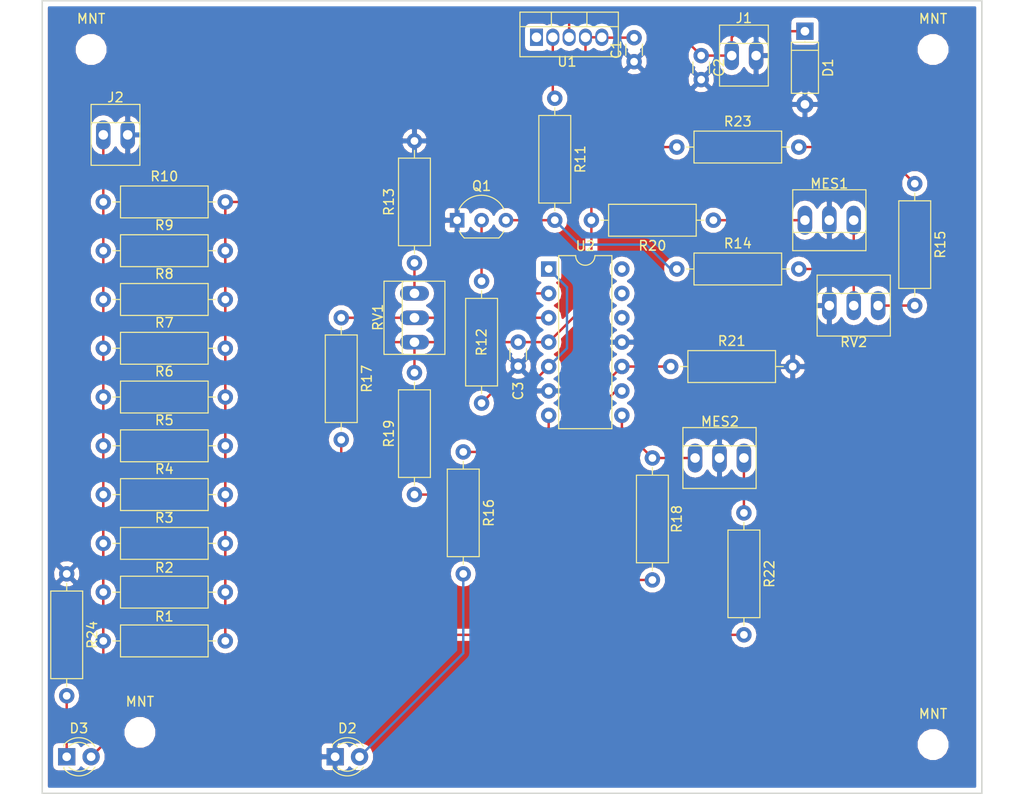
<source format=kicad_pcb>
(kicad_pcb (version 4) (host pcbnew 4.0.7)
  (layers (0 F.Cu signal) (31 B.Cu signal) (34 B.Paste user) (35 F.Paste user) (36 B.SilkS user hide) (37 F.SilkS user) (38 B.Mask user) (39 F.Mask user) (44 Edge.Cuts user))
  (net 0 "")
  (net 1 GND)
  (net 2 +12V)
  (net 3 "Net-(D2-Pad2)")
  (net 4 "Net-(MES1-Pad3)")
  (net 5 "Net-(MES2-Pad1)")
  (net 6 "Net-(MES2-Pad3)")
  (net 7 "Net-(Q1-Pad2)")
  (net 8 "Net-(Q1-Pad3)")
  (net 9 "Net-(R11-Pad1)")
  (net 10 "Net-(R12-Pad2)")
  (net 11 "Net-(R15-Pad2)")
  (net 12 "Net-(R16-Pad1)")
  (net 13 /Isense)
  (net 14 /OUT)
  (net 15 /Vset)
  (net 16 "Net-(R13-Pad1)")
  (net 17 /Iset)
  (net 18 "Net-(R17-Pad2)")
  (net 19 "Net-(R19-Pad1)")
  (net 20 "Net-(R15-Pad1)")
  (net 21 "Net-(D3-Pad1)")
  (module Capacitors_THT:C_Disc_D3.0mm_W1.6mm_P2.50mm (layer F.Cu) (at 81.915 22.86 90)
    (fp_text reference C1 (at 1.25 -1.86 90) (layer F.SilkS))
    (fp_text value C)
    (fp_line (start 0.663 -0.861) (end 1.837 -0.861) (layer F.SilkS) (width 0.12))
    (fp_line (start 0.663 0.861) (end 1.837 0.861) (layer F.SilkS) (width 0.12))
    (pad 1 thru_hole circle (at 0 0 90) (size 1.6 1.6) (drill 0.8) (layers *.Cu *.Mask) (net 1 GND))
    (pad 2 thru_hole circle (at 2.5 0 90) (size 1.6 1.6) (drill 0.8) (layers *.Cu *.Mask) (net 13 /Isense))
  )
  (module Capacitors_THT:C_Disc_D3.0mm_W1.6mm_P2.50mm (layer F.Cu) (at 88.9 22.225 270)
    (fp_text reference C2 (at 1.25 -1.86 270) (layer F.SilkS))
    (fp_text value C)
    (fp_line (start 0.663 -0.861) (end 1.837 -0.861) (layer F.SilkS) (width 0.12))
    (fp_line (start 0.663 0.861) (end 1.837 0.861) (layer F.SilkS) (width 0.12))
    (pad 1 thru_hole circle (at 0 0 270) (size 1.6 1.6) (drill 0.8) (layers *.Cu *.Mask) (net 14 /OUT))
    (pad 2 thru_hole circle (at 2.5 0 270) (size 1.6 1.6) (drill 0.8) (layers *.Cu *.Mask) (net 1 GND))
  )
  (module Capacitors_THT:C_Disc_D3.0mm_W1.6mm_P2.50mm (layer F.Cu) (at 69.85 52.07 270)
    (fp_text reference C3 (at 5.08 0 270) (layer F.SilkS))
    (fp_text value C)
    (fp_line (start 0.663 -0.861) (end 1.837 -0.861) (layer F.SilkS) (width 0.12))
    (fp_line (start 0.663 0.861) (end 1.837 0.861) (layer F.SilkS) (width 0.12))
    (pad 1 thru_hole circle (at 0 0 270) (size 1.6 1.6) (drill 0.8) (layers *.Cu *.Mask) (net 2 +12V))
    (pad 2 thru_hole circle (at 2.5 0 270) (size 1.6 1.6) (drill 0.8) (layers *.Cu *.Mask) (net 1 GND))
  )
  (module Diodes_THT:D_A-405_P7.62mm_Horizontal (layer F.Cu) (at 99.695 19.685 270)
    (fp_text reference D1 (at 3.81 -2.41 270) (layer F.SilkS))
    (fp_text value D)
    (fp_line (start 1.15 -1.41) (end 1.15 1.41) (layer F.SilkS) (width 0.12))
    (fp_line (start 1.15 1.41) (end 6.47 1.41) (layer F.SilkS) (width 0.12))
    (fp_line (start 6.47 1.41) (end 6.47 -1.41) (layer F.SilkS) (width 0.12))
    (fp_line (start 6.47 -1.41) (end 1.15 -1.41) (layer F.SilkS) (width 0.12))
    (fp_line (start 1.08 0) (end 1.15 0) (layer F.SilkS) (width 0.12))
    (fp_line (start 6.54 0) (end 6.47 0) (layer F.SilkS) (width 0.12))
    (fp_line (start 1.99 -1.41) (end 1.99 1.41) (layer F.SilkS) (width 0.12))
    (pad 1 thru_hole rect (at 0 0 270) (size 1.8 1.8) (drill 0.9) (layers *.Cu *.Mask) (net 14 /OUT))
    (pad 2 thru_hole oval (at 7.62 0 270) (size 1.8 1.8) (drill 0.9) (layers *.Cu *.Mask) (net 1 GND))
  )
  (module LEDs:LED_D3.0mm (layer F.Cu) (at 50.8 95.25)
    (fp_text reference D2 (at 1.27 -2.96) (layer F.SilkS))
    (fp_text value LED)
    (fp_arc (start 1.27 0) (end -0.29 -1.235516) (angle 108.8) (layer F.SilkS) (width 0.12))
    (fp_arc (start 1.27 0) (end -0.29 1.235516) (angle -108.8) (layer F.SilkS) (width 0.12))
    (fp_arc (start 1.27 0) (end 0.229039 -1.08) (angle 87.9) (layer F.SilkS) (width 0.12))
    (fp_arc (start 1.27 0) (end 0.229039 1.08) (angle -87.9) (layer F.SilkS) (width 0.12))
    (fp_line (start -0.29 -1.236) (end -0.29 -1.08) (layer F.SilkS) (width 0.12))
    (fp_line (start -0.29 1.08) (end -0.29 1.236) (layer F.SilkS) (width 0.12))
    (pad 1 thru_hole rect (at 0 0) (size 1.8 1.8) (drill 0.9) (layers *.Cu *.Mask) (net 1 GND))
    (pad 2 thru_hole circle (at 2.54 0) (size 1.8 1.8) (drill 0.9) (layers *.Cu *.Mask) (net 3 "Net-(D2-Pad2)"))
  )
  (module Connectors:PINHEAD1-2 (layer F.Cu) (at 92.075 22.225)
    (fp_text reference J1 (at 1.27 -3.9) (layer F.SilkS))
    (fp_text value CONN_01X02_FEMALE)
    (fp_line (start 3.81 -1.27) (end -1.27 -1.27) (layer F.SilkS) (width 0.12))
    (fp_line (start 3.81 3.17) (end -1.27 3.17) (layer F.SilkS) (width 0.12))
    (fp_line (start -1.27 -3.17) (end 3.81 -3.17) (layer F.SilkS) (width 0.12))
    (fp_line (start -1.27 -3.17) (end -1.27 3.17) (layer F.SilkS) (width 0.12))
    (fp_line (start 3.81 -3.17) (end 3.81 3.17) (layer F.SilkS) (width 0.12))
    (pad 1 thru_hole oval (at 0 0) (size 1.51 3.01) (drill 1) (layers *.Cu *.Mask) (net 14 /OUT))
    (pad 2 thru_hole oval (at 2.54 0) (size 1.51 3.01) (drill 1) (layers *.Cu *.Mask) (net 1 GND))
  )
  (module Connectors:PINHEAD1-2 (layer F.Cu) (at 26.67 30.48)
    (fp_text reference J2 (at 1.27 -3.9) (layer F.SilkS))
    (fp_text value CONN_01X02_FEMALE)
    (fp_line (start 3.81 -1.27) (end -1.27 -1.27) (layer F.SilkS) (width 0.12))
    (fp_line (start 3.81 3.17) (end -1.27 3.17) (layer F.SilkS) (width 0.12))
    (fp_line (start -1.27 -3.17) (end 3.81 -3.17) (layer F.SilkS) (width 0.12))
    (fp_line (start -1.27 -3.17) (end -1.27 3.17) (layer F.SilkS) (width 0.12))
    (fp_line (start 3.81 -3.17) (end 3.81 3.17) (layer F.SilkS) (width 0.12))
    (pad 1 thru_hole oval (at 0 0) (size 1.51 3.01) (drill 1) (layers *.Cu *.Mask) (net 2 +12V))
    (pad 2 thru_hole oval (at 2.54 0) (size 1.51 3.01) (drill 1) (layers *.Cu *.Mask) (net 1 GND))
  )
  (module Connectors:PINHEAD1-3 (layer F.Cu) (at 104.775 39.37 180)
    (fp_text reference MES1 (at 2.54 3.81 180) (layer F.SilkS))
    (fp_text value 3B002)
    (fp_line (start -1.27 -3.17) (end -1.27 3.17) (layer F.SilkS) (width 0.12))
    (fp_line (start 6.35 -3.17) (end 6.35 3.17) (layer F.SilkS) (width 0.12))
    (fp_line (start 6.35 -1.27) (end -1.27 -1.27) (layer F.SilkS) (width 0.12))
    (fp_line (start -1.27 -3.17) (end 6.35 -3.17) (layer F.SilkS) (width 0.12))
    (fp_line (start 6.35 3.17) (end -1.27 3.17) (layer F.SilkS) (width 0.12))
    (pad 1 thru_hole oval (at 0 0 180) (size 1.51 3.01) (drill 1) (layers *.Cu *.Mask) (net 15 /Vset))
    (pad 2 thru_hole oval (at 2.54 0 180) (size 1.51 3.01) (drill 1) (layers *.Cu *.Mask) (net 1 GND))
    (pad 3 thru_hole oval (at 5.08 0 180) (size 1.51 3.01) (drill 1) (layers *.Cu *.Mask) (net 4 "Net-(MES1-Pad3)"))
  )
  (module Connectors:PINHEAD1-3 (layer F.Cu) (at 88.265 64.135)
    (fp_text reference MES2 (at 2.59 -3.8) (layer F.SilkS))
    (fp_text value 3B002)
    (fp_line (start -1.27 -3.17) (end -1.27 3.17) (layer F.SilkS) (width 0.12))
    (fp_line (start 6.35 -3.17) (end 6.35 3.17) (layer F.SilkS) (width 0.12))
    (fp_line (start 6.35 -1.27) (end -1.27 -1.27) (layer F.SilkS) (width 0.12))
    (fp_line (start -1.27 -3.17) (end 6.35 -3.17) (layer F.SilkS) (width 0.12))
    (fp_line (start 6.35 3.17) (end -1.27 3.17) (layer F.SilkS) (width 0.12))
    (pad 1 thru_hole oval (at 0 0) (size 1.51 3.01) (drill 1) (layers *.Cu *.Mask) (net 5 "Net-(MES2-Pad1)"))
    (pad 2 thru_hole oval (at 2.54 0) (size 1.51 3.01) (drill 1) (layers *.Cu *.Mask) (net 1 GND))
    (pad 3 thru_hole oval (at 5.08 0) (size 1.51 3.01) (drill 1) (layers *.Cu *.Mask) (net 6 "Net-(MES2-Pad3)"))
  )
  (module TO_SOT_Packages_THT:TO-92_Inline_Wide (layer F.Cu) (at 63.5 39.37)
    (fp_text reference Q1 (at 2.54 -3.56 180) (layer F.SilkS))
    (fp_text value PN2222A)
    (fp_line (start 0.74 1.85) (end 4.34 1.85) (layer F.SilkS) (width 0.12))
    (fp_arc (start 2.54 0) (end 0.74 1.85) (angle 20) (layer F.SilkS) (width 0.12))
    (fp_arc (start 2.54 0) (end 2.54 -2.6) (angle -65) (layer F.SilkS) (width 0.12))
    (fp_arc (start 2.54 0) (end 2.54 -2.6) (angle 65) (layer F.SilkS) (width 0.12))
    (fp_arc (start 2.54 0) (end 4.34 1.85) (angle -20) (layer F.SilkS) (width 0.12))
    (pad 2 thru_hole circle (at 2.54 0 90) (size 1.52 1.52) (drill 0.8) (layers *.Cu *.Mask) (net 7 "Net-(Q1-Pad2)"))
    (pad 3 thru_hole circle (at 5.08 0 90) (size 1.52 1.52) (drill 0.8) (layers *.Cu *.Mask) (net 8 "Net-(Q1-Pad3)"))
    (pad 1 thru_hole rect (at 0 0 90) (size 1.52 1.52) (drill 0.8) (layers *.Cu *.Mask) (net 1 GND))
  )
  (module Resistors_THT:R_Axial_DIN0309_L9.0mm_D3.2mm_P12.70mm_Horizontal (layer F.Cu) (at 26.67 78.105)
    (fp_text reference R1 (at 6.35 2.54) (layer F.SilkS))
    (fp_text value R)
    (fp_line (start 1.79 -1.66) (end 1.79 1.66) (layer F.SilkS) (width 0.12))
    (fp_line (start 1.79 1.66) (end 10.91 1.66) (layer F.SilkS) (width 0.12))
    (fp_line (start 10.91 1.66) (end 10.91 -1.66) (layer F.SilkS) (width 0.12))
    (fp_line (start 10.91 -1.66) (end 1.79 -1.66) (layer F.SilkS) (width 0.12))
    (fp_line (start 0.98 0) (end 1.79 0) (layer F.SilkS) (width 0.12))
    (fp_line (start 11.72 0) (end 10.91 0) (layer F.SilkS) (width 0.12))
    (pad 1 thru_hole circle (at 0 0) (size 1.6 1.6) (drill 0.8) (layers *.Cu *.Mask) (net 2 +12V))
    (pad 2 thru_hole oval (at 12.7 0) (size 1.6 1.6) (drill 0.8) (layers *.Cu *.Mask) (net 13 /Isense))
  )
  (module Resistors_THT:R_Axial_DIN0309_L9.0mm_D3.2mm_P12.70mm_Horizontal (layer F.Cu) (at 26.67 83.185)
    (fp_text reference R2 (at 6.35 -7.62) (layer F.SilkS))
    (fp_text value R)
    (fp_line (start 1.79 -1.66) (end 1.79 1.66) (layer F.SilkS) (width 0.12))
    (fp_line (start 1.79 1.66) (end 10.91 1.66) (layer F.SilkS) (width 0.12))
    (fp_line (start 10.91 1.66) (end 10.91 -1.66) (layer F.SilkS) (width 0.12))
    (fp_line (start 10.91 -1.66) (end 1.79 -1.66) (layer F.SilkS) (width 0.12))
    (fp_line (start 0.98 0) (end 1.79 0) (layer F.SilkS) (width 0.12))
    (fp_line (start 11.72 0) (end 10.91 0) (layer F.SilkS) (width 0.12))
    (pad 1 thru_hole circle (at 0 0) (size 1.6 1.6) (drill 0.8) (layers *.Cu *.Mask) (net 2 +12V))
    (pad 2 thru_hole oval (at 12.7 0) (size 1.6 1.6) (drill 0.8) (layers *.Cu *.Mask) (net 13 /Isense))
  )
  (module Resistors_THT:R_Axial_DIN0309_L9.0mm_D3.2mm_P12.70mm_Horizontal (layer F.Cu) (at 26.67 73.025)
    (fp_text reference R3 (at 6.35 -2.66) (layer F.SilkS))
    (fp_text value R)
    (fp_line (start 1.79 -1.66) (end 1.79 1.66) (layer F.SilkS) (width 0.12))
    (fp_line (start 1.79 1.66) (end 10.91 1.66) (layer F.SilkS) (width 0.12))
    (fp_line (start 10.91 1.66) (end 10.91 -1.66) (layer F.SilkS) (width 0.12))
    (fp_line (start 10.91 -1.66) (end 1.79 -1.66) (layer F.SilkS) (width 0.12))
    (fp_line (start 0.98 0) (end 1.79 0) (layer F.SilkS) (width 0.12))
    (fp_line (start 11.72 0) (end 10.91 0) (layer F.SilkS) (width 0.12))
    (pad 1 thru_hole circle (at 0 0) (size 1.6 1.6) (drill 0.8) (layers *.Cu *.Mask) (net 2 +12V))
    (pad 2 thru_hole oval (at 12.7 0) (size 1.6 1.6) (drill 0.8) (layers *.Cu *.Mask) (net 13 /Isense))
  )
  (module Resistors_THT:R_Axial_DIN0309_L9.0mm_D3.2mm_P12.70mm_Horizontal (layer F.Cu) (at 26.67 67.945)
    (fp_text reference R4 (at 6.35 -2.66) (layer F.SilkS))
    (fp_text value R)
    (fp_line (start 1.79 -1.66) (end 1.79 1.66) (layer F.SilkS) (width 0.12))
    (fp_line (start 1.79 1.66) (end 10.91 1.66) (layer F.SilkS) (width 0.12))
    (fp_line (start 10.91 1.66) (end 10.91 -1.66) (layer F.SilkS) (width 0.12))
    (fp_line (start 10.91 -1.66) (end 1.79 -1.66) (layer F.SilkS) (width 0.12))
    (fp_line (start 0.98 0) (end 1.79 0) (layer F.SilkS) (width 0.12))
    (fp_line (start 11.72 0) (end 10.91 0) (layer F.SilkS) (width 0.12))
    (pad 1 thru_hole circle (at 0 0) (size 1.6 1.6) (drill 0.8) (layers *.Cu *.Mask) (net 2 +12V))
    (pad 2 thru_hole oval (at 12.7 0) (size 1.6 1.6) (drill 0.8) (layers *.Cu *.Mask) (net 13 /Isense))
  )
  (module Resistors_THT:R_Axial_DIN0309_L9.0mm_D3.2mm_P12.70mm_Horizontal (layer F.Cu) (at 26.67 62.865)
    (fp_text reference R5 (at 6.35 -2.66) (layer F.SilkS))
    (fp_text value R)
    (fp_line (start 1.79 -1.66) (end 1.79 1.66) (layer F.SilkS) (width 0.12))
    (fp_line (start 1.79 1.66) (end 10.91 1.66) (layer F.SilkS) (width 0.12))
    (fp_line (start 10.91 1.66) (end 10.91 -1.66) (layer F.SilkS) (width 0.12))
    (fp_line (start 10.91 -1.66) (end 1.79 -1.66) (layer F.SilkS) (width 0.12))
    (fp_line (start 0.98 0) (end 1.79 0) (layer F.SilkS) (width 0.12))
    (fp_line (start 11.72 0) (end 10.91 0) (layer F.SilkS) (width 0.12))
    (pad 1 thru_hole circle (at 0 0) (size 1.6 1.6) (drill 0.8) (layers *.Cu *.Mask) (net 2 +12V))
    (pad 2 thru_hole oval (at 12.7 0) (size 1.6 1.6) (drill 0.8) (layers *.Cu *.Mask) (net 13 /Isense))
  )
  (module Resistors_THT:R_Axial_DIN0309_L9.0mm_D3.2mm_P12.70mm_Horizontal (layer F.Cu) (at 26.67 57.785)
    (fp_text reference R6 (at 6.35 -2.66) (layer F.SilkS))
    (fp_text value R)
    (fp_line (start 1.79 -1.66) (end 1.79 1.66) (layer F.SilkS) (width 0.12))
    (fp_line (start 1.79 1.66) (end 10.91 1.66) (layer F.SilkS) (width 0.12))
    (fp_line (start 10.91 1.66) (end 10.91 -1.66) (layer F.SilkS) (width 0.12))
    (fp_line (start 10.91 -1.66) (end 1.79 -1.66) (layer F.SilkS) (width 0.12))
    (fp_line (start 0.98 0) (end 1.79 0) (layer F.SilkS) (width 0.12))
    (fp_line (start 11.72 0) (end 10.91 0) (layer F.SilkS) (width 0.12))
    (pad 1 thru_hole circle (at 0 0) (size 1.6 1.6) (drill 0.8) (layers *.Cu *.Mask) (net 2 +12V))
    (pad 2 thru_hole oval (at 12.7 0) (size 1.6 1.6) (drill 0.8) (layers *.Cu *.Mask) (net 13 /Isense))
  )
  (module Resistors_THT:R_Axial_DIN0309_L9.0mm_D3.2mm_P12.70mm_Horizontal (layer F.Cu) (at 26.67 52.705)
    (fp_text reference R7 (at 6.35 -2.66) (layer F.SilkS))
    (fp_text value R)
    (fp_line (start 1.79 -1.66) (end 1.79 1.66) (layer F.SilkS) (width 0.12))
    (fp_line (start 1.79 1.66) (end 10.91 1.66) (layer F.SilkS) (width 0.12))
    (fp_line (start 10.91 1.66) (end 10.91 -1.66) (layer F.SilkS) (width 0.12))
    (fp_line (start 10.91 -1.66) (end 1.79 -1.66) (layer F.SilkS) (width 0.12))
    (fp_line (start 0.98 0) (end 1.79 0) (layer F.SilkS) (width 0.12))
    (fp_line (start 11.72 0) (end 10.91 0) (layer F.SilkS) (width 0.12))
    (pad 1 thru_hole circle (at 0 0) (size 1.6 1.6) (drill 0.8) (layers *.Cu *.Mask) (net 2 +12V))
    (pad 2 thru_hole oval (at 12.7 0) (size 1.6 1.6) (drill 0.8) (layers *.Cu *.Mask) (net 13 /Isense))
  )
  (module Resistors_THT:R_Axial_DIN0309_L9.0mm_D3.2mm_P12.70mm_Horizontal (layer F.Cu) (at 26.67 47.625)
    (fp_text reference R8 (at 6.35 -2.66) (layer F.SilkS))
    (fp_text value R)
    (fp_line (start 1.79 -1.66) (end 1.79 1.66) (layer F.SilkS) (width 0.12))
    (fp_line (start 1.79 1.66) (end 10.91 1.66) (layer F.SilkS) (width 0.12))
    (fp_line (start 10.91 1.66) (end 10.91 -1.66) (layer F.SilkS) (width 0.12))
    (fp_line (start 10.91 -1.66) (end 1.79 -1.66) (layer F.SilkS) (width 0.12))
    (fp_line (start 0.98 0) (end 1.79 0) (layer F.SilkS) (width 0.12))
    (fp_line (start 11.72 0) (end 10.91 0) (layer F.SilkS) (width 0.12))
    (pad 1 thru_hole circle (at 0 0) (size 1.6 1.6) (drill 0.8) (layers *.Cu *.Mask) (net 2 +12V))
    (pad 2 thru_hole oval (at 12.7 0) (size 1.6 1.6) (drill 0.8) (layers *.Cu *.Mask) (net 13 /Isense))
  )
  (module Resistors_THT:R_Axial_DIN0309_L9.0mm_D3.2mm_P12.70mm_Horizontal (layer F.Cu) (at 26.67 42.545)
    (fp_text reference R9 (at 6.35 -2.66) (layer F.SilkS))
    (fp_text value R)
    (fp_line (start 1.79 -1.66) (end 1.79 1.66) (layer F.SilkS) (width 0.12))
    (fp_line (start 1.79 1.66) (end 10.91 1.66) (layer F.SilkS) (width 0.12))
    (fp_line (start 10.91 1.66) (end 10.91 -1.66) (layer F.SilkS) (width 0.12))
    (fp_line (start 10.91 -1.66) (end 1.79 -1.66) (layer F.SilkS) (width 0.12))
    (fp_line (start 0.98 0) (end 1.79 0) (layer F.SilkS) (width 0.12))
    (fp_line (start 11.72 0) (end 10.91 0) (layer F.SilkS) (width 0.12))
    (pad 1 thru_hole circle (at 0 0) (size 1.6 1.6) (drill 0.8) (layers *.Cu *.Mask) (net 2 +12V))
    (pad 2 thru_hole oval (at 12.7 0) (size 1.6 1.6) (drill 0.8) (layers *.Cu *.Mask) (net 13 /Isense))
  )
  (module Resistors_THT:R_Axial_DIN0309_L9.0mm_D3.2mm_P12.70mm_Horizontal (layer F.Cu) (at 26.67 37.465)
    (fp_text reference R10 (at 6.35 -2.66) (layer F.SilkS))
    (fp_text value R)
    (fp_line (start 1.79 -1.66) (end 1.79 1.66) (layer F.SilkS) (width 0.12))
    (fp_line (start 1.79 1.66) (end 10.91 1.66) (layer F.SilkS) (width 0.12))
    (fp_line (start 10.91 1.66) (end 10.91 -1.66) (layer F.SilkS) (width 0.12))
    (fp_line (start 10.91 -1.66) (end 1.79 -1.66) (layer F.SilkS) (width 0.12))
    (fp_line (start 0.98 0) (end 1.79 0) (layer F.SilkS) (width 0.12))
    (fp_line (start 11.72 0) (end 10.91 0) (layer F.SilkS) (width 0.12))
    (pad 1 thru_hole circle (at 0 0) (size 1.6 1.6) (drill 0.8) (layers *.Cu *.Mask) (net 2 +12V))
    (pad 2 thru_hole oval (at 12.7 0) (size 1.6 1.6) (drill 0.8) (layers *.Cu *.Mask) (net 13 /Isense))
  )
  (module Resistors_THT:R_Axial_DIN0309_L9.0mm_D3.2mm_P12.70mm_Horizontal (layer F.Cu) (at 73.66 26.67 270)
    (fp_text reference R11 (at 6.35 -2.66 270) (layer F.SilkS))
    (fp_text value R)
    (fp_line (start 1.79 -1.66) (end 1.79 1.66) (layer F.SilkS) (width 0.12))
    (fp_line (start 1.79 1.66) (end 10.91 1.66) (layer F.SilkS) (width 0.12))
    (fp_line (start 10.91 1.66) (end 10.91 -1.66) (layer F.SilkS) (width 0.12))
    (fp_line (start 10.91 -1.66) (end 1.79 -1.66) (layer F.SilkS) (width 0.12))
    (fp_line (start 0.98 0) (end 1.79 0) (layer F.SilkS) (width 0.12))
    (fp_line (start 11.72 0) (end 10.91 0) (layer F.SilkS) (width 0.12))
    (pad 1 thru_hole circle (at 0 0 270) (size 1.6 1.6) (drill 0.8) (layers *.Cu *.Mask) (net 9 "Net-(R11-Pad1)"))
    (pad 2 thru_hole oval (at 12.7 0 270) (size 1.6 1.6) (drill 0.8) (layers *.Cu *.Mask) (net 8 "Net-(Q1-Pad3)"))
  )
  (module Resistors_THT:R_Axial_DIN0309_L9.0mm_D3.2mm_P12.70mm_Horizontal (layer F.Cu) (at 66.04 45.72 270)
    (fp_text reference R12 (at 6.35 0 270) (layer F.SilkS))
    (fp_text value R)
    (fp_line (start 1.79 -1.66) (end 1.79 1.66) (layer F.SilkS) (width 0.12))
    (fp_line (start 1.79 1.66) (end 10.91 1.66) (layer F.SilkS) (width 0.12))
    (fp_line (start 10.91 1.66) (end 10.91 -1.66) (layer F.SilkS) (width 0.12))
    (fp_line (start 10.91 -1.66) (end 1.79 -1.66) (layer F.SilkS) (width 0.12))
    (fp_line (start 0.98 0) (end 1.79 0) (layer F.SilkS) (width 0.12))
    (fp_line (start 11.72 0) (end 10.91 0) (layer F.SilkS) (width 0.12))
    (pad 1 thru_hole circle (at 0 0 270) (size 1.6 1.6) (drill 0.8) (layers *.Cu *.Mask) (net 7 "Net-(Q1-Pad2)"))
    (pad 2 thru_hole oval (at 12.7 0 270) (size 1.6 1.6) (drill 0.8) (layers *.Cu *.Mask) (net 10 "Net-(R12-Pad2)"))
  )
  (module Resistors_THT:R_Axial_DIN0309_L9.0mm_D3.2mm_P12.70mm_Horizontal (layer F.Cu) (at 59.055 43.815 90)
    (fp_text reference R13 (at 6.35 -2.66 90) (layer F.SilkS))
    (fp_text value R)
    (fp_line (start 1.79 -1.66) (end 1.79 1.66) (layer F.SilkS) (width 0.12))
    (fp_line (start 1.79 1.66) (end 10.91 1.66) (layer F.SilkS) (width 0.12))
    (fp_line (start 10.91 1.66) (end 10.91 -1.66) (layer F.SilkS) (width 0.12))
    (fp_line (start 10.91 -1.66) (end 1.79 -1.66) (layer F.SilkS) (width 0.12))
    (fp_line (start 0.98 0) (end 1.79 0) (layer F.SilkS) (width 0.12))
    (fp_line (start 11.72 0) (end 10.91 0) (layer F.SilkS) (width 0.12))
    (pad 1 thru_hole circle (at 0 0 90) (size 1.6 1.6) (drill 0.8) (layers *.Cu *.Mask) (net 16 "Net-(R13-Pad1)"))
    (pad 2 thru_hole oval (at 12.7 0 90) (size 1.6 1.6) (drill 0.8) (layers *.Cu *.Mask) (net 1 GND))
  )
  (module Resistors_THT:R_Axial_DIN0309_L9.0mm_D3.2mm_P12.70mm_Horizontal (layer F.Cu) (at 86.36 44.45)
    (fp_text reference R14 (at 6.35 -2.66) (layer F.SilkS))
    (fp_text value R)
    (fp_line (start 1.79 -1.66) (end 1.79 1.66) (layer F.SilkS) (width 0.12))
    (fp_line (start 1.79 1.66) (end 10.91 1.66) (layer F.SilkS) (width 0.12))
    (fp_line (start 10.91 1.66) (end 10.91 -1.66) (layer F.SilkS) (width 0.12))
    (fp_line (start 10.91 -1.66) (end 1.79 -1.66) (layer F.SilkS) (width 0.12))
    (fp_line (start 0.98 0) (end 1.79 0) (layer F.SilkS) (width 0.12))
    (fp_line (start 11.72 0) (end 10.91 0) (layer F.SilkS) (width 0.12))
    (pad 1 thru_hole circle (at 0 0) (size 1.6 1.6) (drill 0.8) (layers *.Cu *.Mask) (net 8 "Net-(Q1-Pad3)"))
    (pad 2 thru_hole oval (at 12.7 0) (size 1.6 1.6) (drill 0.8) (layers *.Cu *.Mask) (net 15 /Vset))
  )
  (module Resistors_THT:R_Axial_DIN0309_L9.0mm_D3.2mm_P12.70mm_Horizontal (layer F.Cu) (at 111.125 35.56 270)
    (fp_text reference R15 (at 6.35 -2.66 270) (layer F.SilkS))
    (fp_text value R)
    (fp_line (start 1.79 -1.66) (end 1.79 1.66) (layer F.SilkS) (width 0.12))
    (fp_line (start 1.79 1.66) (end 10.91 1.66) (layer F.SilkS) (width 0.12))
    (fp_line (start 10.91 1.66) (end 10.91 -1.66) (layer F.SilkS) (width 0.12))
    (fp_line (start 10.91 -1.66) (end 1.79 -1.66) (layer F.SilkS) (width 0.12))
    (fp_line (start 0.98 0) (end 1.79 0) (layer F.SilkS) (width 0.12))
    (fp_line (start 11.72 0) (end 10.91 0) (layer F.SilkS) (width 0.12))
    (pad 1 thru_hole circle (at 0 0 270) (size 1.6 1.6) (drill 0.8) (layers *.Cu *.Mask) (net 20 "Net-(R15-Pad1)"))
    (pad 2 thru_hole oval (at 12.7 0 270) (size 1.6 1.6) (drill 0.8) (layers *.Cu *.Mask) (net 11 "Net-(R15-Pad2)"))
  )
  (module Resistors_THT:R_Axial_DIN0309_L9.0mm_D3.2mm_P12.70mm_Horizontal (layer F.Cu) (at 64.135 63.5 270)
    (fp_text reference R16 (at 6.35 -2.66 270) (layer F.SilkS))
    (fp_text value R)
    (fp_line (start 1.79 -1.66) (end 1.79 1.66) (layer F.SilkS) (width 0.12))
    (fp_line (start 1.79 1.66) (end 10.91 1.66) (layer F.SilkS) (width 0.12))
    (fp_line (start 10.91 1.66) (end 10.91 -1.66) (layer F.SilkS) (width 0.12))
    (fp_line (start 10.91 -1.66) (end 1.79 -1.66) (layer F.SilkS) (width 0.12))
    (fp_line (start 0.98 0) (end 1.79 0) (layer F.SilkS) (width 0.12))
    (fp_line (start 11.72 0) (end 10.91 0) (layer F.SilkS) (width 0.12))
    (pad 1 thru_hole circle (at 0 0 270) (size 1.6 1.6) (drill 0.8) (layers *.Cu *.Mask) (net 12 "Net-(R16-Pad1)"))
    (pad 2 thru_hole oval (at 12.7 0 270) (size 1.6 1.6) (drill 0.8) (layers *.Cu *.Mask) (net 3 "Net-(D2-Pad2)"))
  )
  (module Resistors_THT:R_Axial_DIN0309_L9.0mm_D3.2mm_P12.70mm_Horizontal (layer F.Cu) (at 51.435 49.53 270)
    (fp_text reference R17 (at 6.35 -2.66 270) (layer F.SilkS))
    (fp_text value R)
    (fp_line (start 1.79 -1.66) (end 1.79 1.66) (layer F.SilkS) (width 0.12))
    (fp_line (start 1.79 1.66) (end 10.91 1.66) (layer F.SilkS) (width 0.12))
    (fp_line (start 10.91 1.66) (end 10.91 -1.66) (layer F.SilkS) (width 0.12))
    (fp_line (start 10.91 -1.66) (end 1.79 -1.66) (layer F.SilkS) (width 0.12))
    (fp_line (start 0.98 0) (end 1.79 0) (layer F.SilkS) (width 0.12))
    (fp_line (start 11.72 0) (end 10.91 0) (layer F.SilkS) (width 0.12))
    (pad 1 thru_hole circle (at 0 0 270) (size 1.6 1.6) (drill 0.8) (layers *.Cu *.Mask) (net 17 /Iset))
    (pad 2 thru_hole oval (at 12.7 0 270) (size 1.6 1.6) (drill 0.8) (layers *.Cu *.Mask) (net 18 "Net-(R17-Pad2)"))
  )
  (module Resistors_THT:R_Axial_DIN0309_L9.0mm_D3.2mm_P12.70mm_Horizontal (layer F.Cu) (at 83.82 76.835 90)
    (fp_text reference R18 (at 6.35 2.54 90) (layer F.SilkS))
    (fp_text value R)
    (fp_line (start 1.79 -1.66) (end 1.79 1.66) (layer F.SilkS) (width 0.12))
    (fp_line (start 1.79 1.66) (end 10.91 1.66) (layer F.SilkS) (width 0.12))
    (fp_line (start 10.91 1.66) (end 10.91 -1.66) (layer F.SilkS) (width 0.12))
    (fp_line (start 10.91 -1.66) (end 1.79 -1.66) (layer F.SilkS) (width 0.12))
    (fp_line (start 0.98 0) (end 1.79 0) (layer F.SilkS) (width 0.12))
    (fp_line (start 11.72 0) (end 10.91 0) (layer F.SilkS) (width 0.12))
    (pad 1 thru_hole circle (at 0 0 90) (size 1.6 1.6) (drill 0.8) (layers *.Cu *.Mask) (net 18 "Net-(R17-Pad2)"))
    (pad 2 thru_hole oval (at 12.7 0 90) (size 1.6 1.6) (drill 0.8) (layers *.Cu *.Mask) (net 5 "Net-(MES2-Pad1)"))
  )
  (module Resistors_THT:R_Axial_DIN0309_L9.0mm_D3.2mm_P12.70mm_Horizontal (layer F.Cu) (at 59.055 67.945 90)
    (fp_text reference R19 (at 6.35 -2.66 90) (layer F.SilkS))
    (fp_text value R)
    (fp_line (start 1.79 -1.66) (end 1.79 1.66) (layer F.SilkS) (width 0.12))
    (fp_line (start 1.79 1.66) (end 10.91 1.66) (layer F.SilkS) (width 0.12))
    (fp_line (start 10.91 1.66) (end 10.91 -1.66) (layer F.SilkS) (width 0.12))
    (fp_line (start 10.91 -1.66) (end 1.79 -1.66) (layer F.SilkS) (width 0.12))
    (fp_line (start 0.98 0) (end 1.79 0) (layer F.SilkS) (width 0.12))
    (fp_line (start 11.72 0) (end 10.91 0) (layer F.SilkS) (width 0.12))
    (pad 1 thru_hole circle (at 0 0 90) (size 1.6 1.6) (drill 0.8) (layers *.Cu *.Mask) (net 19 "Net-(R19-Pad1)"))
    (pad 2 thru_hole oval (at 12.7 0 90) (size 1.6 1.6) (drill 0.8) (layers *.Cu *.Mask) (net 2 +12V))
  )
  (module Resistors_THT:R_Axial_DIN0309_L9.0mm_D3.2mm_P12.70mm_Horizontal (layer F.Cu) (at 90.17 39.37 180)
    (fp_text reference R20 (at 6.35 -2.66 180) (layer F.SilkS))
    (fp_text value R)
    (fp_line (start 1.79 -1.66) (end 1.79 1.66) (layer F.SilkS) (width 0.12))
    (fp_line (start 1.79 1.66) (end 10.91 1.66) (layer F.SilkS) (width 0.12))
    (fp_line (start 10.91 1.66) (end 10.91 -1.66) (layer F.SilkS) (width 0.12))
    (fp_line (start 10.91 -1.66) (end 1.79 -1.66) (layer F.SilkS) (width 0.12))
    (fp_line (start 0.98 0) (end 1.79 0) (layer F.SilkS) (width 0.12))
    (fp_line (start 11.72 0) (end 10.91 0) (layer F.SilkS) (width 0.12))
    (pad 1 thru_hole circle (at 0 0 180) (size 1.6 1.6) (drill 0.8) (layers *.Cu *.Mask) (net 4 "Net-(MES1-Pad3)"))
    (pad 2 thru_hole oval (at 12.7 0 180) (size 1.6 1.6) (drill 0.8) (layers *.Cu *.Mask) (net 2 +12V))
  )
  (module Resistors_THT:R_Axial_DIN0309_L9.0mm_D3.2mm_P12.70mm_Horizontal (layer F.Cu) (at 85.725 54.61)
    (fp_text reference R21 (at 6.35 -2.66) (layer F.SilkS))
    (fp_text value R)
    (fp_line (start 1.79 -1.66) (end 1.79 1.66) (layer F.SilkS) (width 0.12))
    (fp_line (start 1.79 1.66) (end 10.91 1.66) (layer F.SilkS) (width 0.12))
    (fp_line (start 10.91 1.66) (end 10.91 -1.66) (layer F.SilkS) (width 0.12))
    (fp_line (start 10.91 -1.66) (end 1.79 -1.66) (layer F.SilkS) (width 0.12))
    (fp_line (start 0.98 0) (end 1.79 0) (layer F.SilkS) (width 0.12))
    (fp_line (start 11.72 0) (end 10.91 0) (layer F.SilkS) (width 0.12))
    (pad 1 thru_hole circle (at 0 0) (size 1.6 1.6) (drill 0.8) (layers *.Cu *.Mask) (net 19 "Net-(R19-Pad1)"))
    (pad 2 thru_hole oval (at 12.7 0) (size 1.6 1.6) (drill 0.8) (layers *.Cu *.Mask) (net 1 GND))
  )
  (module Connectors:PINHEAD1-3 (layer F.Cu) (at 59.055 52.07 90)
    (fp_text reference RV1 (at 2.59 -3.8 90) (layer F.SilkS))
    (fp_text value POT)
    (fp_line (start -1.27 -3.17) (end -1.27 3.17) (layer F.SilkS) (width 0.12))
    (fp_line (start 6.35 -3.17) (end 6.35 3.17) (layer F.SilkS) (width 0.12))
    (fp_line (start 6.35 -1.27) (end -1.27 -1.27) (layer F.SilkS) (width 0.12))
    (fp_line (start -1.27 -3.17) (end 6.35 -3.17) (layer F.SilkS) (width 0.12))
    (fp_line (start 6.35 3.17) (end -1.27 3.17) (layer F.SilkS) (width 0.12))
    (pad 1 thru_hole oval (at 0 0 90) (size 1.51 3.01) (drill 1) (layers *.Cu *.Mask) (net 2 +12V))
    (pad 2 thru_hole oval (at 2.54 0 90) (size 1.51 3.01) (drill 1) (layers *.Cu *.Mask) (net 17 /Iset))
    (pad 3 thru_hole oval (at 5.08 0 90) (size 1.51 3.01) (drill 1) (layers *.Cu *.Mask) (net 16 "Net-(R13-Pad1)"))
  )
  (module Connectors:PINHEAD1-3 (layer F.Cu) (at 102.235 48.26)
    (fp_text reference RV2 (at 2.54 3.81) (layer F.SilkS))
    (fp_text value POT)
    (fp_line (start -1.27 -3.17) (end -1.27 3.17) (layer F.SilkS) (width 0.12))
    (fp_line (start 6.35 -3.17) (end 6.35 3.17) (layer F.SilkS) (width 0.12))
    (fp_line (start 6.35 -1.27) (end -1.27 -1.27) (layer F.SilkS) (width 0.12))
    (fp_line (start -1.27 -3.17) (end 6.35 -3.17) (layer F.SilkS) (width 0.12))
    (fp_line (start 6.35 3.17) (end -1.27 3.17) (layer F.SilkS) (width 0.12))
    (pad 1 thru_hole oval (at 0 0) (size 1.51 3.01) (drill 1) (layers *.Cu *.Mask) (net 1 GND))
    (pad 2 thru_hole oval (at 2.54 0) (size 1.51 3.01) (drill 1) (layers *.Cu *.Mask) (net 15 /Vset))
    (pad 3 thru_hole oval (at 5.08 0) (size 1.51 3.01) (drill 1) (layers *.Cu *.Mask) (net 11 "Net-(R15-Pad2)"))
  )
  (module TO_SOT_Packages_THT:TO-220-5_Pentawatt_Multiwatt-5_Vertical (layer F.Cu) (at 71.755 20.32)
    (fp_text reference U1 (at 3.175 2.54) (layer F.SilkS))
    (fp_text value LT3080)
    (fp_line (start -1.721 -2.62) (end 8.52 -2.62) (layer F.SilkS) (width 0.12))
    (fp_line (start -1.721 2.021) (end 8.52 2.021) (layer F.SilkS) (width 0.12))
    (fp_line (start -1.721 -2.62) (end -1.721 2.021) (layer F.SilkS) (width 0.12))
    (fp_line (start 8.52 -2.62) (end 8.52 2.021) (layer F.SilkS) (width 0.12))
    (fp_line (start -1.721 -1.11) (end 8.52 -1.11) (layer F.SilkS) (width 0.12))
    (fp_line (start 1.55 -2.62) (end 1.55 -1.11) (layer F.SilkS) (width 0.12))
    (fp_line (start 5.25 -2.62) (end 5.25 -1.11) (layer F.SilkS) (width 0.12))
    (pad 1 thru_hole rect (at 0 0) (size 1.35 1.8) (drill 1) (layers *.Cu *.Mask))
    (pad 2 thru_hole oval (at 1.7 0) (size 1.35 1.8) (drill 1) (layers *.Cu *.Mask) (net 9 "Net-(R11-Pad1)"))
    (pad 3 thru_hole oval (at 3.4 0) (size 1.35 1.8) (drill 1) (layers *.Cu *.Mask) (net 14 /OUT))
    (pad 4 thru_hole oval (at 5.1 0) (size 1.35 1.8) (drill 1) (layers *.Cu *.Mask) (net 13 /Isense))
    (pad 5 thru_hole oval (at 6.8 0) (size 1.35 1.8) (drill 1) (layers *.Cu *.Mask) (net 13 /Isense))
  )
  (module Mounting_Holes:MountingHole_2.2mm_M2 (layer F.Cu) (at 113.03 93.98)
    (fp_text reference MNT (at 0 -3.2) (layer F.SilkS))
    (fp_text value MountingHole_2.2mm_M2)
    (pad 1 np_thru_hole circle (at 0 0) (size 2.2 2.2) (drill 2.2) (layers *.Cu *.Mask))
  )
  (module Mounting_Holes:MountingHole_2.2mm_M2 (layer F.Cu) (at 113.03 21.59)
    (fp_text reference MNT (at 0 -3.2) (layer F.SilkS))
    (fp_text value MountingHole_2.2mm_M2)
    (pad 1 np_thru_hole circle (at 0 0) (size 2.2 2.2) (drill 2.2) (layers *.Cu *.Mask))
  )
  (module Mounting_Holes:MountingHole_2.2mm_M2 (layer F.Cu) (at 30.48 92.71)
    (fp_text reference MNT (at 0 -3.2) (layer F.SilkS))
    (fp_text value MountingHole_2.2mm_M2)
    (pad 1 np_thru_hole circle (at 0 0) (size 2.2 2.2) (drill 2.2) (layers *.Cu *.Mask))
  )
  (module Mounting_Holes:MountingHole_2.2mm_M2 (layer F.Cu) (at 25.4 21.59)
    (fp_text reference MNT (at 0 -3.2) (layer F.SilkS))
    (fp_text value MountingHole_2.2mm_M2)
    (pad 1 np_thru_hole circle (at 0 0) (size 2.2 2.2) (drill 2.2) (layers *.Cu *.Mask))
  )
  (module Resistors_THT:R_Axial_DIN0309_L9.0mm_D3.2mm_P12.70mm_Horizontal (layer F.Cu) (at 93.345 69.85 270)
    (fp_text reference R22 (at 6.35 -2.66 270) (layer F.SilkS))
    (fp_text value R)
    (fp_line (start 1.79 -1.66) (end 1.79 1.66) (layer F.SilkS) (width 0.12))
    (fp_line (start 1.79 1.66) (end 10.91 1.66) (layer F.SilkS) (width 0.12))
    (fp_line (start 10.91 1.66) (end 10.91 -1.66) (layer F.SilkS) (width 0.12))
    (fp_line (start 10.91 -1.66) (end 1.79 -1.66) (layer F.SilkS) (width 0.12))
    (fp_line (start 0.98 0) (end 1.79 0) (layer F.SilkS) (width 0.12))
    (fp_line (start 11.72 0) (end 10.91 0) (layer F.SilkS) (width 0.12))
    (pad 1 thru_hole circle (at 0 0 270) (size 1.6 1.6) (drill 0.8) (layers *.Cu *.Mask) (net 6 "Net-(MES2-Pad3)"))
    (pad 2 thru_hole oval (at 12.7 0 270) (size 1.6 1.6) (drill 0.8) (layers *.Cu *.Mask) (net 2 +12V))
  )
  (module Housings_DIP:DIP-14_W7.62mm (layer F.Cu) (at 73.025 44.45)
    (fp_text reference U2 (at 3.81 -2.39) (layer F.SilkS))
    (fp_text value LM324)
    (fp_line (start 2.81 -1.39) (end 1.04 -1.39) (layer F.SilkS) (width 0.12))
    (fp_line (start 1.04 -1.39) (end 1.04 16.63) (layer F.SilkS) (width 0.12))
    (fp_line (start 1.04 16.63) (end 6.58 16.63) (layer F.SilkS) (width 0.12))
    (fp_line (start 6.58 16.63) (end 6.58 -1.39) (layer F.SilkS) (width 0.12))
    (fp_line (start 6.58 -1.39) (end 4.81 -1.39) (layer F.SilkS) (width 0.12))
    (fp_arc (start 3.81 -1.39) (end 2.81 -1.39) (angle -180) (layer F.SilkS) (width 0.12))
    (pad 1 thru_hole rect (at 0 0) (size 1.6 1.6) (drill 0.8) (layers *.Cu *.Mask) (net 10 "Net-(R12-Pad2)"))
    (pad 8 thru_hole oval (at 7.62 15.24) (size 1.6 1.6) (drill 0.8) (layers *.Cu *.Mask) (net 5 "Net-(MES2-Pad1)"))
    (pad 2 thru_hole oval (at 0 2.54) (size 1.6 1.6) (drill 0.8) (layers *.Cu *.Mask) (net 13 /Isense))
    (pad 9 thru_hole oval (at 7.62 12.7) (size 1.6 1.6) (drill 0.8) (layers *.Cu *.Mask) (net 18 "Net-(R17-Pad2)"))
    (pad 3 thru_hole oval (at 0 5.08) (size 1.6 1.6) (drill 0.8) (layers *.Cu *.Mask) (net 17 /Iset))
    (pad 10 thru_hole oval (at 7.62 10.16) (size 1.6 1.6) (drill 0.8) (layers *.Cu *.Mask) (net 19 "Net-(R19-Pad1)"))
    (pad 4 thru_hole oval (at 0 7.62) (size 1.6 1.6) (drill 0.8) (layers *.Cu *.Mask) (net 2 +12V))
    (pad 11 thru_hole oval (at 7.62 7.62) (size 1.6 1.6) (drill 0.8) (layers *.Cu *.Mask) (net 1 GND))
    (pad 5 thru_hole oval (at 0 10.16) (size 1.6 1.6) (drill 0.8) (layers *.Cu *.Mask) (net 10 "Net-(R12-Pad2)"))
    (pad 12 thru_hole oval (at 7.62 5.08) (size 1.6 1.6) (drill 0.8) (layers *.Cu *.Mask))
    (pad 6 thru_hole oval (at 0 12.7) (size 1.6 1.6) (drill 0.8) (layers *.Cu *.Mask) (net 1 GND))
    (pad 13 thru_hole oval (at 7.62 2.54) (size 1.6 1.6) (drill 0.8) (layers *.Cu *.Mask))
    (pad 7 thru_hole oval (at 0 15.24) (size 1.6 1.6) (drill 0.8) (layers *.Cu *.Mask) (net 12 "Net-(R16-Pad1)"))
    (pad 14 thru_hole oval (at 7.62 0) (size 1.6 1.6) (drill 0.8) (layers *.Cu *.Mask))
  )
  (module LEDs:LED_D3.0mm (layer F.Cu) (at 22.86 95.25)
    (fp_text reference D3 (at 1.27 -2.96) (layer F.SilkS))
    (fp_text value LED)
    (fp_arc (start 1.27 0) (end -0.29 -1.235516) (angle 108.8) (layer F.SilkS) (width 0.12))
    (fp_arc (start 1.27 0) (end -0.29 1.235516) (angle -108.8) (layer F.SilkS) (width 0.12))
    (fp_arc (start 1.27 0) (end 0.229039 -1.08) (angle 87.9) (layer F.SilkS) (width 0.12))
    (fp_arc (start 1.27 0) (end 0.229039 1.08) (angle -87.9) (layer F.SilkS) (width 0.12))
    (fp_line (start -0.29 -1.236) (end -0.29 -1.08) (layer F.SilkS) (width 0.12))
    (fp_line (start -0.29 1.08) (end -0.29 1.236) (layer F.SilkS) (width 0.12))
    (pad 1 thru_hole rect (at 0 0) (size 1.8 1.8) (drill 0.9) (layers *.Cu *.Mask) (net 21 "Net-(D3-Pad1)"))
    (pad 2 thru_hole circle (at 2.54 0) (size 1.8 1.8) (drill 0.9) (layers *.Cu *.Mask) (net 2 +12V))
  )
  (module Resistors_THT:R_Axial_DIN0309_L9.0mm_D3.2mm_P12.70mm_Horizontal (layer F.Cu) (at 86.36 31.75)
    (fp_text reference R23 (at 6.35 -2.66) (layer F.SilkS))
    (fp_text value R)
    (fp_line (start 1.79 -1.66) (end 1.79 1.66) (layer F.SilkS) (width 0.12))
    (fp_line (start 1.79 1.66) (end 10.91 1.66) (layer F.SilkS) (width 0.12))
    (fp_line (start 10.91 1.66) (end 10.91 -1.66) (layer F.SilkS) (width 0.12))
    (fp_line (start 10.91 -1.66) (end 1.79 -1.66) (layer F.SilkS) (width 0.12))
    (fp_line (start 0.98 0) (end 1.79 0) (layer F.SilkS) (width 0.12))
    (fp_line (start 11.72 0) (end 10.91 0) (layer F.SilkS) (width 0.12))
    (pad 1 thru_hole circle (at 0 0) (size 1.6 1.6) (drill 0.8) (layers *.Cu *.Mask) (net 2 +12V))
    (pad 2 thru_hole oval (at 12.7 0) (size 1.6 1.6) (drill 0.8) (layers *.Cu *.Mask) (net 20 "Net-(R15-Pad1)"))
  )
  (module Resistors_THT:R_Axial_DIN0309_L9.0mm_D3.2mm_P12.70mm_Horizontal (layer F.Cu) (at 22.86 76.2 270)
    (fp_text reference R24 (at 6.35 -2.66 270) (layer F.SilkS))
    (fp_text value R)
    (fp_line (start 1.79 -1.66) (end 1.79 1.66) (layer F.SilkS) (width 0.12))
    (fp_line (start 1.79 1.66) (end 10.91 1.66) (layer F.SilkS) (width 0.12))
    (fp_line (start 10.91 1.66) (end 10.91 -1.66) (layer F.SilkS) (width 0.12))
    (fp_line (start 10.91 -1.66) (end 1.79 -1.66) (layer F.SilkS) (width 0.12))
    (fp_line (start 0.98 0) (end 1.79 0) (layer F.SilkS) (width 0.12))
    (fp_line (start 11.72 0) (end 10.91 0) (layer F.SilkS) (width 0.12))
    (pad 1 thru_hole circle (at 0 0 270) (size 1.6 1.6) (drill 0.8) (layers *.Cu *.Mask) (net 1 GND))
    (pad 2 thru_hole oval (at 12.7 0 270) (size 1.6 1.6) (drill 0.8) (layers *.Cu *.Mask) (net 21 "Net-(D3-Pad1)"))
  )
  (gr_line (start 20.32 99.06) (end 118.11 99.06) (angle 90) (layer Edge.Cuts) (width 0.15))
  (gr_line (start 118.11 16.51) (end 20.32 16.51) (angle 90) (layer Edge.Cuts) (width 0.15))
  (gr_line (start 118.11 16.51) (end 118.11 99.06) (angle 90) (layer Edge.Cuts) (width 0.15))
  (gr_line (start 20.32 99.06) (end 20.32 16.51) (angle 90) (layer Edge.Cuts) (width 0.15))
  (gr_line (start 20.32 99.06) (end 20.32 16.51) (angle 90) (layer Edge.Cuts) (width 0.15))
  (segment (start 77.47 39.37) (end 77.47 34.29) (width 0.25) (layer F.Cu) (net 2))
  (segment (start 80.01 31.75) (end 86.36 31.75) (width 0.25) (layer F.Cu) (net 2))
  (segment (start 77.47 34.29) (end 80.01 31.75) (width 0.25) (layer F.Cu) (net 2))
  (segment (start 26.67 88.9) (end 39.37 88.9) (width 0.25) (layer F.Cu) (net 2))
  (segment (start 39.37 88.9) (end 41.91 86.36) (width 0.25) (layer F.Cu) (net 2))
  (segment (start 26.67 83.185) (end 26.67 88.9) (width 0.25) (layer F.Cu) (net 2))
  (segment (start 26.67 88.9) (end 26.67 93.98) (width 0.25) (layer F.Cu) (net 2))
  (segment (start 26.67 93.98) (end 25.4 95.25) (width 0.25) (layer F.Cu) (net 2))
  (segment (start 45.72 82.55) (end 45.72 57.785) (width 0.25) (layer F.Cu) (net 2))
  (segment (start 51.435 52.07) (end 59.055 52.07) (width 0.25) (layer F.Cu) (net 2))
  (segment (start 45.72 57.785) (end 51.435 52.07) (width 0.25) (layer F.Cu) (net 2))
  (segment (start 45.72 82.55) (end 93.345 82.55) (width 0.25) (layer F.Cu) (net 2))
  (segment (start 41.91 86.36) (end 45.72 82.55) (width 0.25) (layer F.Cu) (net 2))
  (segment (start 77.47 39.37) (end 77.47 47.625) (width 0.25) (layer F.Cu) (net 2))
  (segment (start 77.47 47.625) (end 73.025 52.07) (width 0.25) (layer F.Cu) (net 2))
  (segment (start 59.055 52.07) (end 59.055 55.245) (width 0.25) (layer F.Cu) (net 2))
  (segment (start 59.055 52.07) (end 69.85 52.07) (width 0.25) (layer F.Cu) (net 2))
  (segment (start 73.025 52.07) (end 69.85 52.07) (width 0.25) (layer F.Cu) (net 2))
  (segment (start 26.67 30.48) (end 26.67 37.465) (width 0.25) (layer F.Cu) (net 2))
  (segment (start 26.67 67.945) (end 26.67 73.025) (width 0.25) (layer F.Cu) (net 2))
  (segment (start 26.67 73.025) (end 26.67 78.105) (width 0.25) (layer F.Cu) (net 2))
  (segment (start 26.67 78.105) (end 26.67 83.185) (width 0.25) (layer F.Cu) (net 2))
  (segment (start 26.67 37.465) (end 26.67 42.545) (width 0.25) (layer F.Cu) (net 2))
  (segment (start 26.67 42.545) (end 26.67 47.625) (width 0.25) (layer F.Cu) (net 2))
  (segment (start 26.67 47.625) (end 26.67 52.705) (width 0.25) (layer F.Cu) (net 2))
  (segment (start 26.67 52.705) (end 26.67 57.785) (width 0.25) (layer F.Cu) (net 2))
  (segment (start 26.67 57.785) (end 26.67 62.865) (width 0.25) (layer F.Cu) (net 2))
  (segment (start 26.67 62.865) (end 26.67 83.185) (width 0.25) (layer F.Cu) (net 2))
  (segment (start 26.67 83.185) (end 26.67 71.755) (width 0.25) (layer F.Cu) (net 2))
  (segment (start 64.135 76.2) (end 64.135 84.455) (width 0.25) (layer B.Cu) (net 3))
  (segment (start 64.135 84.455) (end 53.34 95.25) (width 0.25) (layer B.Cu) (net 3))
  (segment (start 90.17 39.37) (end 99.695 39.37) (width 0.25) (layer F.Cu) (net 4))
  (segment (start 80.645 59.69) (end 80.645 60.96) (width 0.25) (layer F.Cu) (net 5))
  (segment (start 80.645 60.96) (end 83.82 64.135) (width 0.25) (layer F.Cu) (net 5))
  (segment (start 83.82 64.135) (end 88.265 64.135) (width 0.25) (layer F.Cu) (net 5))
  (segment (start 93.345 64.135) (end 93.345 69.85) (width 0.25) (layer F.Cu) (net 6))
  (segment (start 66.04 39.37) (end 66.04 45.72) (width 0.25) (layer F.Cu) (net 7))
  (segment (start 86.36 44.45) (end 85.725 44.45) (width 0.25) (layer B.Cu) (net 8))
  (segment (start 85.725 44.45) (end 83.185 41.91) (width 0.25) (layer B.Cu) (net 8))
  (segment (start 83.185 41.91) (end 76.2 41.91) (width 0.25) (layer B.Cu) (net 8))
  (segment (start 76.2 41.91) (end 73.66 39.37) (width 0.25) (layer B.Cu) (net 8))
  (segment (start 68.58 39.37) (end 73.66 39.37) (width 0.25) (layer F.Cu) (net 8))
  (segment (start 73.455 20.32) (end 73.455 26.465) (width 0.25) (layer F.Cu) (net 9))
  (segment (start 73.455 26.465) (end 73.66 26.67) (width 0.25) (layer F.Cu) (net 9))
  (segment (start 73.025 44.45) (end 74.93 46.355) (width 0.25) (layer B.Cu) (net 10))
  (segment (start 74.93 52.705) (end 73.025 54.61) (width 0.25) (layer B.Cu) (net 10))
  (segment (start 74.93 46.355) (end 74.93 52.705) (width 0.25) (layer B.Cu) (net 10))
  (segment (start 73.025 54.61) (end 70.485 57.15) (width 0.25) (layer F.Cu) (net 10))
  (segment (start 67.31 57.15) (end 66.04 58.42) (width 0.25) (layer F.Cu) (net 10))
  (segment (start 70.485 57.15) (end 67.31 57.15) (width 0.25) (layer F.Cu) (net 10))
  (segment (start 107.315 48.26) (end 111.125 48.26) (width 0.25) (layer F.Cu) (net 11))
  (segment (start 73.025 59.69) (end 73.025 60.96) (width 0.25) (layer F.Cu) (net 12))
  (segment (start 70.485 63.5) (end 64.135 63.5) (width 0.25) (layer F.Cu) (net 12))
  (segment (start 73.025 60.96) (end 70.485 63.5) (width 0.25) (layer F.Cu) (net 12))
  (segment (start 57.15 37.465) (end 61.595 33.02) (width 0.25) (layer F.Cu) (net 13))
  (segment (start 76.855 28.555) (end 76.855 20.32) (width 0.25) (layer F.Cu) (net 13))
  (segment (start 72.39 33.02) (end 76.855 28.555) (width 0.25) (layer F.Cu) (net 13))
  (segment (start 61.595 33.02) (end 72.39 33.02) (width 0.25) (layer F.Cu) (net 13))
  (segment (start 39.37 37.465) (end 57.15 37.465) (width 0.25) (layer F.Cu) (net 13))
  (segment (start 71.12 46.99) (end 73.025 46.99) (width 0.25) (layer F.Cu) (net 13))
  (segment (start 69.85 48.26) (end 71.12 46.99) (width 0.25) (layer F.Cu) (net 13))
  (segment (start 65.405 48.26) (end 69.85 48.26) (width 0.25) (layer F.Cu) (net 13))
  (segment (start 62.865 45.72) (end 65.405 48.26) (width 0.25) (layer F.Cu) (net 13))
  (segment (start 62.865 43.18) (end 62.865 45.72) (width 0.25) (layer F.Cu) (net 13))
  (segment (start 57.15 37.465) (end 62.865 43.18) (width 0.25) (layer F.Cu) (net 13))
  (segment (start 81.915 20.36) (end 78.595 20.36) (width 0.25) (layer F.Cu) (net 13))
  (segment (start 78.595 20.36) (end 78.555 20.32) (width 0.25) (layer F.Cu) (net 13))
  (segment (start 78.555 20.32) (end 76.855 20.32) (width 0.25) (layer F.Cu) (net 13))
  (segment (start 39.37 62.865) (end 39.37 67.945) (width 0.25) (layer F.Cu) (net 13))
  (segment (start 39.37 37.465) (end 39.37 83.185) (width 0.25) (layer F.Cu) (net 13))
  (segment (start 39.37 83.185) (end 39.37 78.105) (width 0.25) (layer F.Cu) (net 13))
  (segment (start 39.37 78.105) (end 39.37 73.025) (width 0.25) (layer F.Cu) (net 13))
  (segment (start 39.37 73.025) (end 39.37 67.945) (width 0.25) (layer F.Cu) (net 13))
  (segment (start 39.37 67.945) (end 39.37 61.595) (width 0.25) (layer F.Cu) (net 13))
  (segment (start 39.37 61.595) (end 39.37 57.785) (width 0.25) (layer F.Cu) (net 13))
  (segment (start 39.37 57.785) (end 39.37 52.705) (width 0.25) (layer F.Cu) (net 13))
  (segment (start 39.37 52.705) (end 39.37 47.625) (width 0.25) (layer F.Cu) (net 13))
  (segment (start 39.37 47.625) (end 39.37 42.545) (width 0.25) (layer F.Cu) (net 13))
  (segment (start 39.37 42.545) (end 39.37 37.465) (width 0.25) (layer F.Cu) (net 13))
  (segment (start 99.695 19.685) (end 92.71 19.685) (width 0.25) (layer F.Cu) (net 14))
  (segment (start 92.075 20.32) (end 92.075 22.225) (width 0.25) (layer F.Cu) (net 14))
  (segment (start 92.71 19.685) (end 92.075 20.32) (width 0.25) (layer F.Cu) (net 14))
  (segment (start 75.155 20.32) (end 75.155 18.825) (width 0.25) (layer F.Cu) (net 14))
  (segment (start 85.09 18.415) (end 88.9 22.225) (width 0.25) (layer F.Cu) (net 14))
  (segment (start 75.565 18.415) (end 85.09 18.415) (width 0.25) (layer F.Cu) (net 14))
  (segment (start 75.155 18.825) (end 75.565 18.415) (width 0.25) (layer F.Cu) (net 14))
  (segment (start 88.9 22.225) (end 92.075 22.225) (width 0.25) (layer F.Cu) (net 14))
  (segment (start 103.505 44.45) (end 104.775 45.72) (width 0.25) (layer F.Cu) (net 15))
  (segment (start 104.775 45.72) (end 104.775 48.26) (width 0.25) (layer F.Cu) (net 15))
  (segment (start 104.775 39.37) (end 104.775 43.18) (width 0.25) (layer F.Cu) (net 15))
  (segment (start 103.505 44.45) (end 99.06 44.45) (width 0.25) (layer F.Cu) (net 15))
  (segment (start 104.775 43.18) (end 103.505 44.45) (width 0.25) (layer F.Cu) (net 15))
  (segment (start 59.055 43.815) (end 59.055 46.99) (width 0.25) (layer F.Cu) (net 16))
  (segment (start 59.055 49.53) (end 51.435 49.53) (width 0.25) (layer F.Cu) (net 17))
  (segment (start 73.025 49.53) (end 59.055 49.53) (width 0.25) (layer F.Cu) (net 17))
  (segment (start 71.755 69.85) (end 78.74 76.835) (width 0.25) (layer F.Cu) (net 18))
  (segment (start 78.74 76.835) (end 83.82 76.835) (width 0.25) (layer F.Cu) (net 18))
  (segment (start 80.645 57.15) (end 80.01 57.15) (width 0.25) (layer F.Cu) (net 18))
  (segment (start 80.01 57.15) (end 78.74 58.42) (width 0.25) (layer F.Cu) (net 18))
  (segment (start 78.74 58.42) (end 78.74 62.865) (width 0.25) (layer F.Cu) (net 18))
  (segment (start 78.74 62.865) (end 71.755 69.85) (width 0.25) (layer F.Cu) (net 18))
  (segment (start 71.755 69.85) (end 55.245 69.85) (width 0.25) (layer F.Cu) (net 18))
  (segment (start 55.245 69.85) (end 51.435 66.04) (width 0.25) (layer F.Cu) (net 18))
  (segment (start 51.435 66.04) (end 51.435 62.23) (width 0.25) (layer F.Cu) (net 18))
  (segment (start 59.055 67.945) (end 71.755 67.945) (width 0.25) (layer F.Cu) (net 19))
  (segment (start 77.47 57.785) (end 80.645 54.61) (width 0.25) (layer F.Cu) (net 19))
  (segment (start 77.47 62.23) (end 77.47 57.785) (width 0.25) (layer F.Cu) (net 19))
  (segment (start 71.755 67.945) (end 77.47 62.23) (width 0.25) (layer F.Cu) (net 19))
  (segment (start 80.645 54.61) (end 85.725 54.61) (width 0.25) (layer F.Cu) (net 19))
  (segment (start 99.06 31.75) (end 107.315 31.75) (width 0.25) (layer F.Cu) (net 20))
  (segment (start 107.315 31.75) (end 111.125 35.56) (width 0.25) (layer F.Cu) (net 20))
  (segment (start 22.86 88.9) (end 22.86 95.25) (width 0.25) (layer F.Cu) (net 21))
  (zone (net 1) (net_name GND) (layer B.Cu) (connect_pads thru_hole_only (clearance 0.508)) (min_thickness 0.254) (fill yes (arc_segments 16) (thermal_gap 0.508) (thermal_bridge_width 0.508))
    (polygon (pts (xy 20.32 16.51) (xy 118.11 16.51) (xy 118.11 99.06) (xy 20.32 99.06)))
  )
  (zone (net 1) (net_name GND) (layer F.Cu) (connect_pads thru_hole_only (clearance 0.508)) (min_thickness 0.254) (fill yes (arc_segments 16) (thermal_gap 0.508) (thermal_bridge_width 0.508))
    (polygon (pts (xy 20.32 17.145) (xy 117.475 17.145) (xy 117.475 98.425) (xy 20.32 98.425)))
  )
)
</source>
